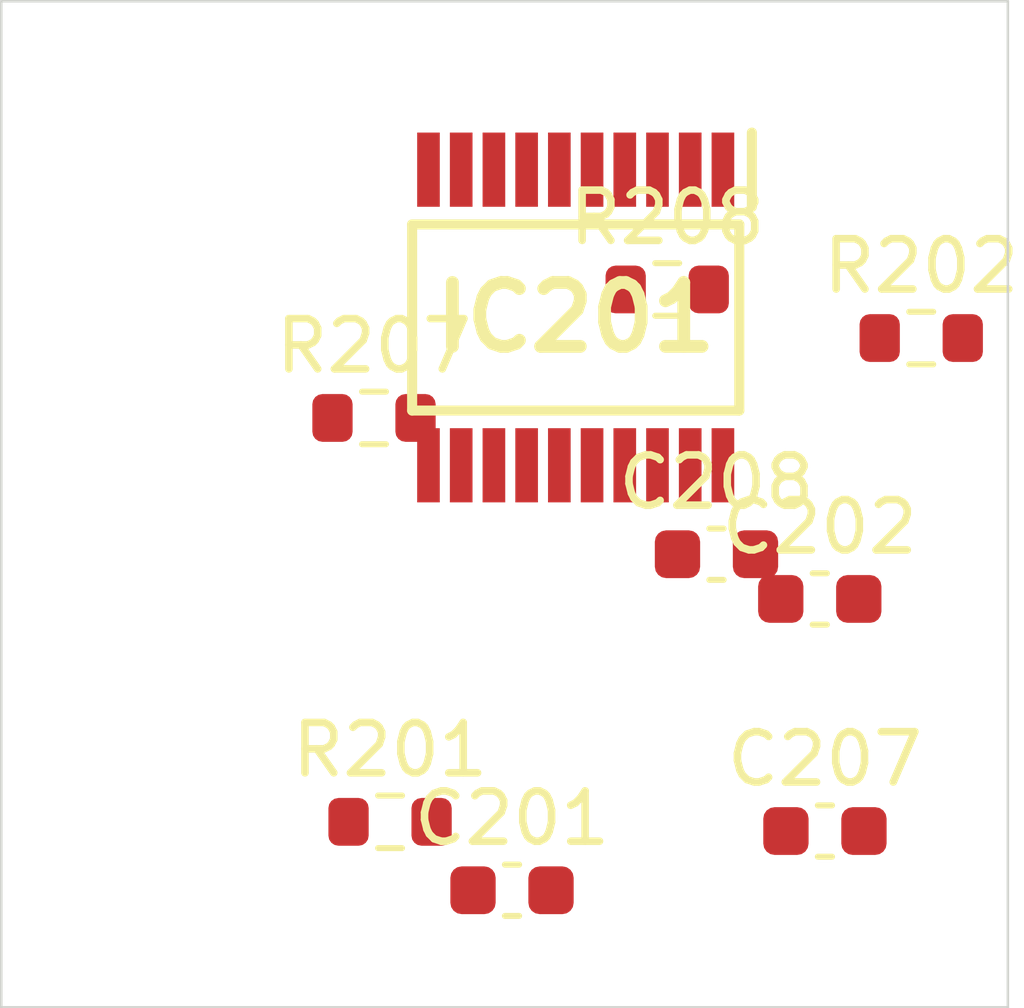
<source format=kicad_pcb>
 ( kicad_pcb  ( version 20171130 )
 ( host pcbnew 5.1.12-84ad8e8a86~92~ubuntu18.04.1 )
 ( general  ( thickness 1.6 )
 ( drawings 4 )
 ( tracks 0 )
 ( zones 0 )
 ( modules 9 )
 ( nets 19 )
)
 ( page A4 )
 ( layers  ( 0 F.Cu signal )
 ( 31 B.Cu signal )
 ( 32 B.Adhes user )
 ( 33 F.Adhes user )
 ( 34 B.Paste user )
 ( 35 F.Paste user )
 ( 36 B.SilkS user )
 ( 37 F.SilkS user )
 ( 38 B.Mask user )
 ( 39 F.Mask user )
 ( 40 Dwgs.User user )
 ( 41 Cmts.User user )
 ( 42 Eco1.User user )
 ( 43 Eco2.User user )
 ( 44 Edge.Cuts user )
 ( 45 Margin user )
 ( 46 B.CrtYd user )
 ( 47 F.CrtYd user )
 ( 48 B.Fab user )
 ( 49 F.Fab user )
)
 ( setup  ( last_trace_width 0.25 )
 ( trace_clearance 0.2 )
 ( zone_clearance 0.508 )
 ( zone_45_only no )
 ( trace_min 0.2 )
 ( via_size 0.8 )
 ( via_drill 0.4 )
 ( via_min_size 0.4 )
 ( via_min_drill 0.3 )
 ( uvia_size 0.3 )
 ( uvia_drill 0.1 )
 ( uvias_allowed no )
 ( uvia_min_size 0.2 )
 ( uvia_min_drill 0.1 )
 ( edge_width 0.05 )
 ( segment_width 0.2 )
 ( pcb_text_width 0.3 )
 ( pcb_text_size 1.5 1.5 )
 ( mod_edge_width 0.12 )
 ( mod_text_size 1 1 )
 ( mod_text_width 0.15 )
 ( pad_size 1.524 1.524 )
 ( pad_drill 0.762 )
 ( pad_to_mask_clearance 0 )
 ( aux_axis_origin 0 0 )
 ( visible_elements FFFFFF7F )
 ( pcbplotparams  ( layerselection 0x010fc_ffffffff )
 ( usegerberextensions false )
 ( usegerberattributes true )
 ( usegerberadvancedattributes true )
 ( creategerberjobfile true )
 ( excludeedgelayer true )
 ( linewidth 0.100000 )
 ( plotframeref false )
 ( viasonmask false )
 ( mode 1 )
 ( useauxorigin false )
 ( hpglpennumber 1 )
 ( hpglpenspeed 20 )
 ( hpglpendiameter 15.000000 )
 ( psnegative false )
 ( psa4output false )
 ( plotreference true )
 ( plotvalue true )
 ( plotinvisibletext false )
 ( padsonsilk false )
 ( subtractmaskfromsilk false )
 ( outputformat 1 )
 ( mirror false )
 ( drillshape 1 )
 ( scaleselection 1 )
 ( outputdirectory "" )
)
)
 ( net 0 "" )
 ( net 1 GND )
 ( net 2 /Sheet6235D886/ch0 )
 ( net 3 /Sheet6235D886/ch1 )
 ( net 4 /Sheet6235D886/ch2 )
 ( net 5 /Sheet6235D886/ch3 )
 ( net 6 /Sheet6235D886/ch4 )
 ( net 7 /Sheet6235D886/ch5 )
 ( net 8 /Sheet6235D886/ch6 )
 ( net 9 /Sheet6235D886/ch7 )
 ( net 10 VDD )
 ( net 11 VDDA )
 ( net 12 /Sheet6235D886/adc_csn )
 ( net 13 /Sheet6235D886/adc_sck )
 ( net 14 /Sheet6235D886/adc_sdi )
 ( net 15 /Sheet6235D886/adc_sdo )
 ( net 16 /Sheet6235D886/vp )
 ( net 17 /Sheet6248AD22/chn0 )
 ( net 18 /Sheet6248AD22/chn3 )
 ( net_class Default "This is the default net class."  ( clearance 0.2 )
 ( trace_width 0.25 )
 ( via_dia 0.8 )
 ( via_drill 0.4 )
 ( uvia_dia 0.3 )
 ( uvia_drill 0.1 )
 ( add_net /Sheet6235D886/adc_csn )
 ( add_net /Sheet6235D886/adc_sck )
 ( add_net /Sheet6235D886/adc_sdi )
 ( add_net /Sheet6235D886/adc_sdo )
 ( add_net /Sheet6235D886/ch0 )
 ( add_net /Sheet6235D886/ch1 )
 ( add_net /Sheet6235D886/ch2 )
 ( add_net /Sheet6235D886/ch3 )
 ( add_net /Sheet6235D886/ch4 )
 ( add_net /Sheet6235D886/ch5 )
 ( add_net /Sheet6235D886/ch6 )
 ( add_net /Sheet6235D886/ch7 )
 ( add_net /Sheet6235D886/vp )
 ( add_net /Sheet6248AD22/chn0 )
 ( add_net /Sheet6248AD22/chn3 )
 ( add_net GND )
 ( add_net VDD )
 ( add_net VDDA )
)
 ( module Capacitor_SMD:C_0603_1608Metric  ( layer F.Cu )
 ( tedit 5F68FEEE )
 ( tstamp 6234222D )
 ( at 90.148000 117.672000 )
 ( descr "Capacitor SMD 0603 (1608 Metric), square (rectangular) end terminal, IPC_7351 nominal, (Body size source: IPC-SM-782 page 76, https://www.pcb-3d.com/wordpress/wp-content/uploads/ipc-sm-782a_amendment_1_and_2.pdf), generated with kicad-footprint-generator" )
 ( tags capacitor )
 ( path /6235D887/623691C5 )
 ( attr smd )
 ( fp_text reference C201  ( at 0 -1.43 )
 ( layer F.SilkS )
 ( effects  ( font  ( size 1 1 )
 ( thickness 0.15 )
)
)
)
 ( fp_text value 0.1uF  ( at 0 1.43 )
 ( layer F.Fab )
 ( effects  ( font  ( size 1 1 )
 ( thickness 0.15 )
)
)
)
 ( fp_line  ( start -0.8 0.4 )
 ( end -0.8 -0.4 )
 ( layer F.Fab )
 ( width 0.1 )
)
 ( fp_line  ( start -0.8 -0.4 )
 ( end 0.8 -0.4 )
 ( layer F.Fab )
 ( width 0.1 )
)
 ( fp_line  ( start 0.8 -0.4 )
 ( end 0.8 0.4 )
 ( layer F.Fab )
 ( width 0.1 )
)
 ( fp_line  ( start 0.8 0.4 )
 ( end -0.8 0.4 )
 ( layer F.Fab )
 ( width 0.1 )
)
 ( fp_line  ( start -0.14058 -0.51 )
 ( end 0.14058 -0.51 )
 ( layer F.SilkS )
 ( width 0.12 )
)
 ( fp_line  ( start -0.14058 0.51 )
 ( end 0.14058 0.51 )
 ( layer F.SilkS )
 ( width 0.12 )
)
 ( fp_line  ( start -1.48 0.73 )
 ( end -1.48 -0.73 )
 ( layer F.CrtYd )
 ( width 0.05 )
)
 ( fp_line  ( start -1.48 -0.73 )
 ( end 1.48 -0.73 )
 ( layer F.CrtYd )
 ( width 0.05 )
)
 ( fp_line  ( start 1.48 -0.73 )
 ( end 1.48 0.73 )
 ( layer F.CrtYd )
 ( width 0.05 )
)
 ( fp_line  ( start 1.48 0.73 )
 ( end -1.48 0.73 )
 ( layer F.CrtYd )
 ( width 0.05 )
)
 ( fp_text user %R  ( at 0 0 )
 ( layer F.Fab )
 ( effects  ( font  ( size 0.4 0.4 )
 ( thickness 0.06 )
)
)
)
 ( pad 2 smd roundrect  ( at 0.775 0 )
 ( size 0.9 0.95 )
 ( layers F.Cu F.Mask F.Paste )
 ( roundrect_rratio 0.25 )
 ( net 1 GND )
)
 ( pad 1 smd roundrect  ( at -0.775 0 )
 ( size 0.9 0.95 )
 ( layers F.Cu F.Mask F.Paste )
 ( roundrect_rratio 0.25 )
 ( net 2 /Sheet6235D886/ch0 )
)
 ( model ${KISYS3DMOD}/Capacitor_SMD.3dshapes/C_0603_1608Metric.wrl  ( at  ( xyz 0 0 0 )
)
 ( scale  ( xyz 1 1 1 )
)
 ( rotate  ( xyz 0 0 0 )
)
)
)
 ( module Capacitor_SMD:C_0603_1608Metric  ( layer F.Cu )
 ( tedit 5F68FEEE )
 ( tstamp 6234223E )
 ( at 96.262700 111.881000 )
 ( descr "Capacitor SMD 0603 (1608 Metric), square (rectangular) end terminal, IPC_7351 nominal, (Body size source: IPC-SM-782 page 76, https://www.pcb-3d.com/wordpress/wp-content/uploads/ipc-sm-782a_amendment_1_and_2.pdf), generated with kicad-footprint-generator" )
 ( tags capacitor )
 ( path /6235D887/62369EE0 )
 ( attr smd )
 ( fp_text reference C202  ( at 0 -1.43 )
 ( layer F.SilkS )
 ( effects  ( font  ( size 1 1 )
 ( thickness 0.15 )
)
)
)
 ( fp_text value 0.1uF  ( at 0 1.43 )
 ( layer F.Fab )
 ( effects  ( font  ( size 1 1 )
 ( thickness 0.15 )
)
)
)
 ( fp_line  ( start 1.48 0.73 )
 ( end -1.48 0.73 )
 ( layer F.CrtYd )
 ( width 0.05 )
)
 ( fp_line  ( start 1.48 -0.73 )
 ( end 1.48 0.73 )
 ( layer F.CrtYd )
 ( width 0.05 )
)
 ( fp_line  ( start -1.48 -0.73 )
 ( end 1.48 -0.73 )
 ( layer F.CrtYd )
 ( width 0.05 )
)
 ( fp_line  ( start -1.48 0.73 )
 ( end -1.48 -0.73 )
 ( layer F.CrtYd )
 ( width 0.05 )
)
 ( fp_line  ( start -0.14058 0.51 )
 ( end 0.14058 0.51 )
 ( layer F.SilkS )
 ( width 0.12 )
)
 ( fp_line  ( start -0.14058 -0.51 )
 ( end 0.14058 -0.51 )
 ( layer F.SilkS )
 ( width 0.12 )
)
 ( fp_line  ( start 0.8 0.4 )
 ( end -0.8 0.4 )
 ( layer F.Fab )
 ( width 0.1 )
)
 ( fp_line  ( start 0.8 -0.4 )
 ( end 0.8 0.4 )
 ( layer F.Fab )
 ( width 0.1 )
)
 ( fp_line  ( start -0.8 -0.4 )
 ( end 0.8 -0.4 )
 ( layer F.Fab )
 ( width 0.1 )
)
 ( fp_line  ( start -0.8 0.4 )
 ( end -0.8 -0.4 )
 ( layer F.Fab )
 ( width 0.1 )
)
 ( fp_text user %R  ( at 0 0 )
 ( layer F.Fab )
 ( effects  ( font  ( size 0.4 0.4 )
 ( thickness 0.06 )
)
)
)
 ( pad 1 smd roundrect  ( at -0.775 0 )
 ( size 0.9 0.95 )
 ( layers F.Cu F.Mask F.Paste )
 ( roundrect_rratio 0.25 )
 ( net 1 GND )
)
 ( pad 2 smd roundrect  ( at 0.775 0 )
 ( size 0.9 0.95 )
 ( layers F.Cu F.Mask F.Paste )
 ( roundrect_rratio 0.25 )
 ( net 3 /Sheet6235D886/ch1 )
)
 ( model ${KISYS3DMOD}/Capacitor_SMD.3dshapes/C_0603_1608Metric.wrl  ( at  ( xyz 0 0 0 )
)
 ( scale  ( xyz 1 1 1 )
)
 ( rotate  ( xyz 0 0 0 )
)
)
)
 ( module Capacitor_SMD:C_0603_1608Metric  ( layer F.Cu )
 ( tedit 5F68FEEE )
 ( tstamp 62342293 )
 ( at 96.365400 116.495000 )
 ( descr "Capacitor SMD 0603 (1608 Metric), square (rectangular) end terminal, IPC_7351 nominal, (Body size source: IPC-SM-782 page 76, https://www.pcb-3d.com/wordpress/wp-content/uploads/ipc-sm-782a_amendment_1_and_2.pdf), generated with kicad-footprint-generator" )
 ( tags capacitor )
 ( path /6235D887/6238B3FE )
 ( attr smd )
 ( fp_text reference C207  ( at 0 -1.43 )
 ( layer F.SilkS )
 ( effects  ( font  ( size 1 1 )
 ( thickness 0.15 )
)
)
)
 ( fp_text value 0.1uF  ( at 0 1.43 )
 ( layer F.Fab )
 ( effects  ( font  ( size 1 1 )
 ( thickness 0.15 )
)
)
)
 ( fp_line  ( start -0.8 0.4 )
 ( end -0.8 -0.4 )
 ( layer F.Fab )
 ( width 0.1 )
)
 ( fp_line  ( start -0.8 -0.4 )
 ( end 0.8 -0.4 )
 ( layer F.Fab )
 ( width 0.1 )
)
 ( fp_line  ( start 0.8 -0.4 )
 ( end 0.8 0.4 )
 ( layer F.Fab )
 ( width 0.1 )
)
 ( fp_line  ( start 0.8 0.4 )
 ( end -0.8 0.4 )
 ( layer F.Fab )
 ( width 0.1 )
)
 ( fp_line  ( start -0.14058 -0.51 )
 ( end 0.14058 -0.51 )
 ( layer F.SilkS )
 ( width 0.12 )
)
 ( fp_line  ( start -0.14058 0.51 )
 ( end 0.14058 0.51 )
 ( layer F.SilkS )
 ( width 0.12 )
)
 ( fp_line  ( start -1.48 0.73 )
 ( end -1.48 -0.73 )
 ( layer F.CrtYd )
 ( width 0.05 )
)
 ( fp_line  ( start -1.48 -0.73 )
 ( end 1.48 -0.73 )
 ( layer F.CrtYd )
 ( width 0.05 )
)
 ( fp_line  ( start 1.48 -0.73 )
 ( end 1.48 0.73 )
 ( layer F.CrtYd )
 ( width 0.05 )
)
 ( fp_line  ( start 1.48 0.73 )
 ( end -1.48 0.73 )
 ( layer F.CrtYd )
 ( width 0.05 )
)
 ( fp_text user %R  ( at 0 0 )
 ( layer F.Fab )
 ( effects  ( font  ( size 0.4 0.4 )
 ( thickness 0.06 )
)
)
)
 ( pad 2 smd roundrect  ( at 0.775 0 )
 ( size 0.9 0.95 )
 ( layers F.Cu F.Mask F.Paste )
 ( roundrect_rratio 0.25 )
 ( net 1 GND )
)
 ( pad 1 smd roundrect  ( at -0.775 0 )
 ( size 0.9 0.95 )
 ( layers F.Cu F.Mask F.Paste )
 ( roundrect_rratio 0.25 )
 ( net 8 /Sheet6235D886/ch6 )
)
 ( model ${KISYS3DMOD}/Capacitor_SMD.3dshapes/C_0603_1608Metric.wrl  ( at  ( xyz 0 0 0 )
)
 ( scale  ( xyz 1 1 1 )
)
 ( rotate  ( xyz 0 0 0 )
)
)
)
 ( module Capacitor_SMD:C_0603_1608Metric  ( layer F.Cu )
 ( tedit 5F68FEEE )
 ( tstamp 623422A4 )
 ( at 94.210500 110.992000 )
 ( descr "Capacitor SMD 0603 (1608 Metric), square (rectangular) end terminal, IPC_7351 nominal, (Body size source: IPC-SM-782 page 76, https://www.pcb-3d.com/wordpress/wp-content/uploads/ipc-sm-782a_amendment_1_and_2.pdf), generated with kicad-footprint-generator" )
 ( tags capacitor )
 ( path /6235D887/6238B404 )
 ( attr smd )
 ( fp_text reference C208  ( at 0 -1.43 )
 ( layer F.SilkS )
 ( effects  ( font  ( size 1 1 )
 ( thickness 0.15 )
)
)
)
 ( fp_text value 0.1uF  ( at 0 1.43 )
 ( layer F.Fab )
 ( effects  ( font  ( size 1 1 )
 ( thickness 0.15 )
)
)
)
 ( fp_line  ( start 1.48 0.73 )
 ( end -1.48 0.73 )
 ( layer F.CrtYd )
 ( width 0.05 )
)
 ( fp_line  ( start 1.48 -0.73 )
 ( end 1.48 0.73 )
 ( layer F.CrtYd )
 ( width 0.05 )
)
 ( fp_line  ( start -1.48 -0.73 )
 ( end 1.48 -0.73 )
 ( layer F.CrtYd )
 ( width 0.05 )
)
 ( fp_line  ( start -1.48 0.73 )
 ( end -1.48 -0.73 )
 ( layer F.CrtYd )
 ( width 0.05 )
)
 ( fp_line  ( start -0.14058 0.51 )
 ( end 0.14058 0.51 )
 ( layer F.SilkS )
 ( width 0.12 )
)
 ( fp_line  ( start -0.14058 -0.51 )
 ( end 0.14058 -0.51 )
 ( layer F.SilkS )
 ( width 0.12 )
)
 ( fp_line  ( start 0.8 0.4 )
 ( end -0.8 0.4 )
 ( layer F.Fab )
 ( width 0.1 )
)
 ( fp_line  ( start 0.8 -0.4 )
 ( end 0.8 0.4 )
 ( layer F.Fab )
 ( width 0.1 )
)
 ( fp_line  ( start -0.8 -0.4 )
 ( end 0.8 -0.4 )
 ( layer F.Fab )
 ( width 0.1 )
)
 ( fp_line  ( start -0.8 0.4 )
 ( end -0.8 -0.4 )
 ( layer F.Fab )
 ( width 0.1 )
)
 ( fp_text user %R  ( at 0 0 )
 ( layer F.Fab )
 ( effects  ( font  ( size 0.4 0.4 )
 ( thickness 0.06 )
)
)
)
 ( pad 1 smd roundrect  ( at -0.775 0 )
 ( size 0.9 0.95 )
 ( layers F.Cu F.Mask F.Paste )
 ( roundrect_rratio 0.25 )
 ( net 1 GND )
)
 ( pad 2 smd roundrect  ( at 0.775 0 )
 ( size 0.9 0.95 )
 ( layers F.Cu F.Mask F.Paste )
 ( roundrect_rratio 0.25 )
 ( net 9 /Sheet6235D886/ch7 )
)
 ( model ${KISYS3DMOD}/Capacitor_SMD.3dshapes/C_0603_1608Metric.wrl  ( at  ( xyz 0 0 0 )
)
 ( scale  ( xyz 1 1 1 )
)
 ( rotate  ( xyz 0 0 0 )
)
)
)
 ( module MCP3564R-E_ST:SOP65P640X120-20N locked  ( layer F.Cu )
 ( tedit 623351C2 )
 ( tstamp 623423D6 )
 ( at 91.413300 106.286000 270.000000 )
 ( descr "20-Lead Plastic Thin Shrink Small Outline (ST) - 4.4mm body [TSSOP]" )
 ( tags "Integrated Circuit" )
 ( path /6235D887/6235E071 )
 ( attr smd )
 ( fp_text reference IC201  ( at 0 0 )
 ( layer F.SilkS )
 ( effects  ( font  ( size 1.27 1.27 )
 ( thickness 0.254 )
)
)
)
 ( fp_text value MCP3564R-E_ST  ( at 0 0 )
 ( layer F.SilkS )
hide  ( effects  ( font  ( size 1.27 1.27 )
 ( thickness 0.254 )
)
)
)
 ( fp_line  ( start -3.925 -3.55 )
 ( end 3.925 -3.55 )
 ( layer Dwgs.User )
 ( width 0.05 )
)
 ( fp_line  ( start 3.925 -3.55 )
 ( end 3.925 3.55 )
 ( layer Dwgs.User )
 ( width 0.05 )
)
 ( fp_line  ( start 3.925 3.55 )
 ( end -3.925 3.55 )
 ( layer Dwgs.User )
 ( width 0.05 )
)
 ( fp_line  ( start -3.925 3.55 )
 ( end -3.925 -3.55 )
 ( layer Dwgs.User )
 ( width 0.05 )
)
 ( fp_line  ( start -2.2 -3.25 )
 ( end 2.2 -3.25 )
 ( layer Dwgs.User )
 ( width 0.1 )
)
 ( fp_line  ( start 2.2 -3.25 )
 ( end 2.2 3.25 )
 ( layer Dwgs.User )
 ( width 0.1 )
)
 ( fp_line  ( start 2.2 3.25 )
 ( end -2.2 3.25 )
 ( layer Dwgs.User )
 ( width 0.1 )
)
 ( fp_line  ( start -2.2 3.25 )
 ( end -2.2 -3.25 )
 ( layer Dwgs.User )
 ( width 0.1 )
)
 ( fp_line  ( start -2.2 -2.6 )
 ( end -1.55 -3.25 )
 ( layer Dwgs.User )
 ( width 0.1 )
)
 ( fp_line  ( start -1.85 -3.25 )
 ( end 1.85 -3.25 )
 ( layer F.SilkS )
 ( width 0.2 )
)
 ( fp_line  ( start 1.85 -3.25 )
 ( end 1.85 3.25 )
 ( layer F.SilkS )
 ( width 0.2 )
)
 ( fp_line  ( start 1.85 3.25 )
 ( end -1.85 3.25 )
 ( layer F.SilkS )
 ( width 0.2 )
)
 ( fp_line  ( start -1.85 3.25 )
 ( end -1.85 -3.25 )
 ( layer F.SilkS )
 ( width 0.2 )
)
 ( fp_line  ( start -3.675 -3.5 )
 ( end -2.2 -3.5 )
 ( layer F.SilkS )
 ( width 0.2 )
)
 ( pad 1 smd rect  ( at -2.938 -2.925 )
 ( size 0.45 1.475 )
 ( layers F.Cu F.Mask F.Paste )
 ( net 11 VDDA )
)
 ( pad 2 smd rect  ( at -2.938 -2.275 )
 ( size 0.45 1.475 )
 ( layers F.Cu F.Mask F.Paste )
 ( net 1 GND )
)
 ( pad 3 smd rect  ( at -2.938 -1.625 )
 ( size 0.45 1.475 )
 ( layers F.Cu F.Mask F.Paste )
 ( net 1 GND )
)
 ( pad 4 smd rect  ( at -2.938 -0.975 )
 ( size 0.45 1.475 )
 ( layers F.Cu F.Mask F.Paste )
)
 ( pad 5 smd rect  ( at -2.938 -0.325 )
 ( size 0.45 1.475 )
 ( layers F.Cu F.Mask F.Paste )
 ( net 2 /Sheet6235D886/ch0 )
)
 ( pad 6 smd rect  ( at -2.938 0.325 )
 ( size 0.45 1.475 )
 ( layers F.Cu F.Mask F.Paste )
 ( net 3 /Sheet6235D886/ch1 )
)
 ( pad 7 smd rect  ( at -2.938 0.975 )
 ( size 0.45 1.475 )
 ( layers F.Cu F.Mask F.Paste )
 ( net 4 /Sheet6235D886/ch2 )
)
 ( pad 8 smd rect  ( at -2.938 1.625 )
 ( size 0.45 1.475 )
 ( layers F.Cu F.Mask F.Paste )
 ( net 5 /Sheet6235D886/ch3 )
)
 ( pad 9 smd rect  ( at -2.938 2.275 )
 ( size 0.45 1.475 )
 ( layers F.Cu F.Mask F.Paste )
 ( net 6 /Sheet6235D886/ch4 )
)
 ( pad 10 smd rect  ( at -2.938 2.925 )
 ( size 0.45 1.475 )
 ( layers F.Cu F.Mask F.Paste )
 ( net 7 /Sheet6235D886/ch5 )
)
 ( pad 11 smd rect  ( at 2.938 2.925 )
 ( size 0.45 1.475 )
 ( layers F.Cu F.Mask F.Paste )
 ( net 8 /Sheet6235D886/ch6 )
)
 ( pad 12 smd rect  ( at 2.938 2.275 )
 ( size 0.45 1.475 )
 ( layers F.Cu F.Mask F.Paste )
 ( net 9 /Sheet6235D886/ch7 )
)
 ( pad 13 smd rect  ( at 2.938 1.625 )
 ( size 0.45 1.475 )
 ( layers F.Cu F.Mask F.Paste )
 ( net 12 /Sheet6235D886/adc_csn )
)
 ( pad 14 smd rect  ( at 2.938 0.975 )
 ( size 0.45 1.475 )
 ( layers F.Cu F.Mask F.Paste )
 ( net 13 /Sheet6235D886/adc_sck )
)
 ( pad 15 smd rect  ( at 2.938 0.325 )
 ( size 0.45 1.475 )
 ( layers F.Cu F.Mask F.Paste )
 ( net 14 /Sheet6235D886/adc_sdi )
)
 ( pad 16 smd rect  ( at 2.938 -0.325 )
 ( size 0.45 1.475 )
 ( layers F.Cu F.Mask F.Paste )
 ( net 15 /Sheet6235D886/adc_sdo )
)
 ( pad 17 smd rect  ( at 2.938 -0.975 )
 ( size 0.45 1.475 )
 ( layers F.Cu F.Mask F.Paste )
)
 ( pad 18 smd rect  ( at 2.938 -1.625 )
 ( size 0.45 1.475 )
 ( layers F.Cu F.Mask F.Paste )
)
 ( pad 19 smd rect  ( at 2.938 -2.275 )
 ( size 0.45 1.475 )
 ( layers F.Cu F.Mask F.Paste )
 ( net 1 GND )
)
 ( pad 20 smd rect  ( at 2.938 -2.925 )
 ( size 0.45 1.475 )
 ( layers F.Cu F.Mask F.Paste )
 ( net 10 VDD )
)
)
 ( module Resistor_SMD:R_0603_1608Metric  ( layer F.Cu )
 ( tedit 5F68FEEE )
 ( tstamp 6234250D )
 ( at 87.725100 116.312000 )
 ( descr "Resistor SMD 0603 (1608 Metric), square (rectangular) end terminal, IPC_7351 nominal, (Body size source: IPC-SM-782 page 72, https://www.pcb-3d.com/wordpress/wp-content/uploads/ipc-sm-782a_amendment_1_and_2.pdf), generated with kicad-footprint-generator" )
 ( tags resistor )
 ( path /6235D887/623641B7 )
 ( attr smd )
 ( fp_text reference R201  ( at 0 -1.43 )
 ( layer F.SilkS )
 ( effects  ( font  ( size 1 1 )
 ( thickness 0.15 )
)
)
)
 ( fp_text value 1k  ( at 0 1.43 )
 ( layer F.Fab )
 ( effects  ( font  ( size 1 1 )
 ( thickness 0.15 )
)
)
)
 ( fp_line  ( start -0.8 0.4125 )
 ( end -0.8 -0.4125 )
 ( layer F.Fab )
 ( width 0.1 )
)
 ( fp_line  ( start -0.8 -0.4125 )
 ( end 0.8 -0.4125 )
 ( layer F.Fab )
 ( width 0.1 )
)
 ( fp_line  ( start 0.8 -0.4125 )
 ( end 0.8 0.4125 )
 ( layer F.Fab )
 ( width 0.1 )
)
 ( fp_line  ( start 0.8 0.4125 )
 ( end -0.8 0.4125 )
 ( layer F.Fab )
 ( width 0.1 )
)
 ( fp_line  ( start -0.237258 -0.5225 )
 ( end 0.237258 -0.5225 )
 ( layer F.SilkS )
 ( width 0.12 )
)
 ( fp_line  ( start -0.237258 0.5225 )
 ( end 0.237258 0.5225 )
 ( layer F.SilkS )
 ( width 0.12 )
)
 ( fp_line  ( start -1.48 0.73 )
 ( end -1.48 -0.73 )
 ( layer F.CrtYd )
 ( width 0.05 )
)
 ( fp_line  ( start -1.48 -0.73 )
 ( end 1.48 -0.73 )
 ( layer F.CrtYd )
 ( width 0.05 )
)
 ( fp_line  ( start 1.48 -0.73 )
 ( end 1.48 0.73 )
 ( layer F.CrtYd )
 ( width 0.05 )
)
 ( fp_line  ( start 1.48 0.73 )
 ( end -1.48 0.73 )
 ( layer F.CrtYd )
 ( width 0.05 )
)
 ( fp_text user %R  ( at 0 0 )
 ( layer F.Fab )
 ( effects  ( font  ( size 0.4 0.4 )
 ( thickness 0.06 )
)
)
)
 ( pad 2 smd roundrect  ( at 0.825 0 )
 ( size 0.8 0.95 )
 ( layers F.Cu F.Mask F.Paste )
 ( roundrect_rratio 0.25 )
 ( net 16 /Sheet6235D886/vp )
)
 ( pad 1 smd roundrect  ( at -0.825 0 )
 ( size 0.8 0.95 )
 ( layers F.Cu F.Mask F.Paste )
 ( roundrect_rratio 0.25 )
 ( net 2 /Sheet6235D886/ch0 )
)
 ( model ${KISYS3DMOD}/Resistor_SMD.3dshapes/R_0603_1608Metric.wrl  ( at  ( xyz 0 0 0 )
)
 ( scale  ( xyz 1 1 1 )
)
 ( rotate  ( xyz 0 0 0 )
)
)
)
 ( module Resistor_SMD:R_0603_1608Metric  ( layer F.Cu )
 ( tedit 5F68FEEE )
 ( tstamp 6234251E )
 ( at 98.278600 106.695000 )
 ( descr "Resistor SMD 0603 (1608 Metric), square (rectangular) end terminal, IPC_7351 nominal, (Body size source: IPC-SM-782 page 72, https://www.pcb-3d.com/wordpress/wp-content/uploads/ipc-sm-782a_amendment_1_and_2.pdf), generated with kicad-footprint-generator" )
 ( tags resistor )
 ( path /6235D887/6236A646 )
 ( attr smd )
 ( fp_text reference R202  ( at 0 -1.43 )
 ( layer F.SilkS )
 ( effects  ( font  ( size 1 1 )
 ( thickness 0.15 )
)
)
)
 ( fp_text value 1k  ( at 0 1.43 )
 ( layer F.Fab )
 ( effects  ( font  ( size 1 1 )
 ( thickness 0.15 )
)
)
)
 ( fp_line  ( start 1.48 0.73 )
 ( end -1.48 0.73 )
 ( layer F.CrtYd )
 ( width 0.05 )
)
 ( fp_line  ( start 1.48 -0.73 )
 ( end 1.48 0.73 )
 ( layer F.CrtYd )
 ( width 0.05 )
)
 ( fp_line  ( start -1.48 -0.73 )
 ( end 1.48 -0.73 )
 ( layer F.CrtYd )
 ( width 0.05 )
)
 ( fp_line  ( start -1.48 0.73 )
 ( end -1.48 -0.73 )
 ( layer F.CrtYd )
 ( width 0.05 )
)
 ( fp_line  ( start -0.237258 0.5225 )
 ( end 0.237258 0.5225 )
 ( layer F.SilkS )
 ( width 0.12 )
)
 ( fp_line  ( start -0.237258 -0.5225 )
 ( end 0.237258 -0.5225 )
 ( layer F.SilkS )
 ( width 0.12 )
)
 ( fp_line  ( start 0.8 0.4125 )
 ( end -0.8 0.4125 )
 ( layer F.Fab )
 ( width 0.1 )
)
 ( fp_line  ( start 0.8 -0.4125 )
 ( end 0.8 0.4125 )
 ( layer F.Fab )
 ( width 0.1 )
)
 ( fp_line  ( start -0.8 -0.4125 )
 ( end 0.8 -0.4125 )
 ( layer F.Fab )
 ( width 0.1 )
)
 ( fp_line  ( start -0.8 0.4125 )
 ( end -0.8 -0.4125 )
 ( layer F.Fab )
 ( width 0.1 )
)
 ( fp_text user %R  ( at 0 0 )
 ( layer F.Fab )
 ( effects  ( font  ( size 0.4 0.4 )
 ( thickness 0.06 )
)
)
)
 ( pad 1 smd roundrect  ( at -0.825 0 )
 ( size 0.8 0.95 )
 ( layers F.Cu F.Mask F.Paste )
 ( roundrect_rratio 0.25 )
 ( net 3 /Sheet6235D886/ch1 )
)
 ( pad 2 smd roundrect  ( at 0.825 0 )
 ( size 0.8 0.95 )
 ( layers F.Cu F.Mask F.Paste )
 ( roundrect_rratio 0.25 )
 ( net 17 /Sheet6248AD22/chn0 )
)
 ( model ${KISYS3DMOD}/Resistor_SMD.3dshapes/R_0603_1608Metric.wrl  ( at  ( xyz 0 0 0 )
)
 ( scale  ( xyz 1 1 1 )
)
 ( rotate  ( xyz 0 0 0 )
)
)
)
 ( module Resistor_SMD:R_0603_1608Metric  ( layer F.Cu )
 ( tedit 5F68FEEE )
 ( tstamp 62342573 )
 ( at 87.405800 108.283000 )
 ( descr "Resistor SMD 0603 (1608 Metric), square (rectangular) end terminal, IPC_7351 nominal, (Body size source: IPC-SM-782 page 72, https://www.pcb-3d.com/wordpress/wp-content/uploads/ipc-sm-782a_amendment_1_and_2.pdf), generated with kicad-footprint-generator" )
 ( tags resistor )
 ( path /6235D887/6238B3F8 )
 ( attr smd )
 ( fp_text reference R207  ( at 0 -1.43 )
 ( layer F.SilkS )
 ( effects  ( font  ( size 1 1 )
 ( thickness 0.15 )
)
)
)
 ( fp_text value 1k  ( at 0 1.43 )
 ( layer F.Fab )
 ( effects  ( font  ( size 1 1 )
 ( thickness 0.15 )
)
)
)
 ( fp_line  ( start -0.8 0.4125 )
 ( end -0.8 -0.4125 )
 ( layer F.Fab )
 ( width 0.1 )
)
 ( fp_line  ( start -0.8 -0.4125 )
 ( end 0.8 -0.4125 )
 ( layer F.Fab )
 ( width 0.1 )
)
 ( fp_line  ( start 0.8 -0.4125 )
 ( end 0.8 0.4125 )
 ( layer F.Fab )
 ( width 0.1 )
)
 ( fp_line  ( start 0.8 0.4125 )
 ( end -0.8 0.4125 )
 ( layer F.Fab )
 ( width 0.1 )
)
 ( fp_line  ( start -0.237258 -0.5225 )
 ( end 0.237258 -0.5225 )
 ( layer F.SilkS )
 ( width 0.12 )
)
 ( fp_line  ( start -0.237258 0.5225 )
 ( end 0.237258 0.5225 )
 ( layer F.SilkS )
 ( width 0.12 )
)
 ( fp_line  ( start -1.48 0.73 )
 ( end -1.48 -0.73 )
 ( layer F.CrtYd )
 ( width 0.05 )
)
 ( fp_line  ( start -1.48 -0.73 )
 ( end 1.48 -0.73 )
 ( layer F.CrtYd )
 ( width 0.05 )
)
 ( fp_line  ( start 1.48 -0.73 )
 ( end 1.48 0.73 )
 ( layer F.CrtYd )
 ( width 0.05 )
)
 ( fp_line  ( start 1.48 0.73 )
 ( end -1.48 0.73 )
 ( layer F.CrtYd )
 ( width 0.05 )
)
 ( fp_text user %R  ( at 0 0 )
 ( layer F.Fab )
 ( effects  ( font  ( size 0.4 0.4 )
 ( thickness 0.06 )
)
)
)
 ( pad 2 smd roundrect  ( at 0.825 0 )
 ( size 0.8 0.95 )
 ( layers F.Cu F.Mask F.Paste )
 ( roundrect_rratio 0.25 )
 ( net 16 /Sheet6235D886/vp )
)
 ( pad 1 smd roundrect  ( at -0.825 0 )
 ( size 0.8 0.95 )
 ( layers F.Cu F.Mask F.Paste )
 ( roundrect_rratio 0.25 )
 ( net 8 /Sheet6235D886/ch6 )
)
 ( model ${KISYS3DMOD}/Resistor_SMD.3dshapes/R_0603_1608Metric.wrl  ( at  ( xyz 0 0 0 )
)
 ( scale  ( xyz 1 1 1 )
)
 ( rotate  ( xyz 0 0 0 )
)
)
)
 ( module Resistor_SMD:R_0603_1608Metric  ( layer F.Cu )
 ( tedit 5F68FEEE )
 ( tstamp 62342584 )
 ( at 93.231600 105.729000 )
 ( descr "Resistor SMD 0603 (1608 Metric), square (rectangular) end terminal, IPC_7351 nominal, (Body size source: IPC-SM-782 page 72, https://www.pcb-3d.com/wordpress/wp-content/uploads/ipc-sm-782a_amendment_1_and_2.pdf), generated with kicad-footprint-generator" )
 ( tags resistor )
 ( path /6235D887/6238B40A )
 ( attr smd )
 ( fp_text reference R208  ( at 0 -1.43 )
 ( layer F.SilkS )
 ( effects  ( font  ( size 1 1 )
 ( thickness 0.15 )
)
)
)
 ( fp_text value 1k  ( at 0 1.43 )
 ( layer F.Fab )
 ( effects  ( font  ( size 1 1 )
 ( thickness 0.15 )
)
)
)
 ( fp_line  ( start 1.48 0.73 )
 ( end -1.48 0.73 )
 ( layer F.CrtYd )
 ( width 0.05 )
)
 ( fp_line  ( start 1.48 -0.73 )
 ( end 1.48 0.73 )
 ( layer F.CrtYd )
 ( width 0.05 )
)
 ( fp_line  ( start -1.48 -0.73 )
 ( end 1.48 -0.73 )
 ( layer F.CrtYd )
 ( width 0.05 )
)
 ( fp_line  ( start -1.48 0.73 )
 ( end -1.48 -0.73 )
 ( layer F.CrtYd )
 ( width 0.05 )
)
 ( fp_line  ( start -0.237258 0.5225 )
 ( end 0.237258 0.5225 )
 ( layer F.SilkS )
 ( width 0.12 )
)
 ( fp_line  ( start -0.237258 -0.5225 )
 ( end 0.237258 -0.5225 )
 ( layer F.SilkS )
 ( width 0.12 )
)
 ( fp_line  ( start 0.8 0.4125 )
 ( end -0.8 0.4125 )
 ( layer F.Fab )
 ( width 0.1 )
)
 ( fp_line  ( start 0.8 -0.4125 )
 ( end 0.8 0.4125 )
 ( layer F.Fab )
 ( width 0.1 )
)
 ( fp_line  ( start -0.8 -0.4125 )
 ( end 0.8 -0.4125 )
 ( layer F.Fab )
 ( width 0.1 )
)
 ( fp_line  ( start -0.8 0.4125 )
 ( end -0.8 -0.4125 )
 ( layer F.Fab )
 ( width 0.1 )
)
 ( fp_text user %R  ( at 0 0 )
 ( layer F.Fab )
 ( effects  ( font  ( size 0.4 0.4 )
 ( thickness 0.06 )
)
)
)
 ( pad 1 smd roundrect  ( at -0.825 0 )
 ( size 0.8 0.95 )
 ( layers F.Cu F.Mask F.Paste )
 ( roundrect_rratio 0.25 )
 ( net 9 /Sheet6235D886/ch7 )
)
 ( pad 2 smd roundrect  ( at 0.825 0 )
 ( size 0.8 0.95 )
 ( layers F.Cu F.Mask F.Paste )
 ( roundrect_rratio 0.25 )
 ( net 18 /Sheet6248AD22/chn3 )
)
 ( model ${KISYS3DMOD}/Resistor_SMD.3dshapes/R_0603_1608Metric.wrl  ( at  ( xyz 0 0 0 )
)
 ( scale  ( xyz 1 1 1 )
)
 ( rotate  ( xyz 0 0 0 )
)
)
)
 ( gr_line  ( start 100 100 )
 ( end 100 120 )
 ( layer Edge.Cuts )
 ( width 0.05 )
 ( tstamp 62E770C4 )
)
 ( gr_line  ( start 80 120 )
 ( end 100 120 )
 ( layer Edge.Cuts )
 ( width 0.05 )
 ( tstamp 62E770C0 )
)
 ( gr_line  ( start 80 100 )
 ( end 100 100 )
 ( layer Edge.Cuts )
 ( width 0.05 )
 ( tstamp 6234110C )
)
 ( gr_line  ( start 80 100 )
 ( end 80 120 )
 ( layer Edge.Cuts )
 ( width 0.05 )
)
)

</source>
